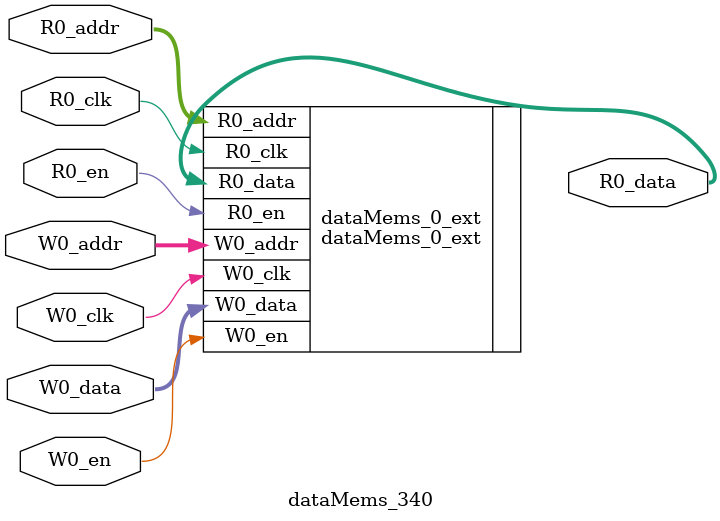
<source format=sv>
`ifndef RANDOMIZE
  `ifdef RANDOMIZE_REG_INIT
    `define RANDOMIZE
  `endif // RANDOMIZE_REG_INIT
`endif // not def RANDOMIZE
`ifndef RANDOMIZE
  `ifdef RANDOMIZE_MEM_INIT
    `define RANDOMIZE
  `endif // RANDOMIZE_MEM_INIT
`endif // not def RANDOMIZE

`ifndef RANDOM
  `define RANDOM $random
`endif // not def RANDOM

// Users can define 'PRINTF_COND' to add an extra gate to prints.
`ifndef PRINTF_COND_
  `ifdef PRINTF_COND
    `define PRINTF_COND_ (`PRINTF_COND)
  `else  // PRINTF_COND
    `define PRINTF_COND_ 1
  `endif // PRINTF_COND
`endif // not def PRINTF_COND_

// Users can define 'ASSERT_VERBOSE_COND' to add an extra gate to assert error printing.
`ifndef ASSERT_VERBOSE_COND_
  `ifdef ASSERT_VERBOSE_COND
    `define ASSERT_VERBOSE_COND_ (`ASSERT_VERBOSE_COND)
  `else  // ASSERT_VERBOSE_COND
    `define ASSERT_VERBOSE_COND_ 1
  `endif // ASSERT_VERBOSE_COND
`endif // not def ASSERT_VERBOSE_COND_

// Users can define 'STOP_COND' to add an extra gate to stop conditions.
`ifndef STOP_COND_
  `ifdef STOP_COND
    `define STOP_COND_ (`STOP_COND)
  `else  // STOP_COND
    `define STOP_COND_ 1
  `endif // STOP_COND
`endif // not def STOP_COND_

// Users can define INIT_RANDOM as general code that gets injected into the
// initializer block for modules with registers.
`ifndef INIT_RANDOM
  `define INIT_RANDOM
`endif // not def INIT_RANDOM

// If using random initialization, you can also define RANDOMIZE_DELAY to
// customize the delay used, otherwise 0.002 is used.
`ifndef RANDOMIZE_DELAY
  `define RANDOMIZE_DELAY 0.002
`endif // not def RANDOMIZE_DELAY

// Define INIT_RANDOM_PROLOG_ for use in our modules below.
`ifndef INIT_RANDOM_PROLOG_
  `ifdef RANDOMIZE
    `ifdef VERILATOR
      `define INIT_RANDOM_PROLOG_ `INIT_RANDOM
    `else  // VERILATOR
      `define INIT_RANDOM_PROLOG_ `INIT_RANDOM #`RANDOMIZE_DELAY begin end
    `endif // VERILATOR
  `else  // RANDOMIZE
    `define INIT_RANDOM_PROLOG_
  `endif // RANDOMIZE
`endif // not def INIT_RANDOM_PROLOG_

// Include register initializers in init blocks unless synthesis is set
`ifndef SYNTHESIS
  `ifndef ENABLE_INITIAL_REG_
    `define ENABLE_INITIAL_REG_
  `endif // not def ENABLE_INITIAL_REG_
`endif // not def SYNTHESIS

// Include rmemory initializers in init blocks unless synthesis is set
`ifndef SYNTHESIS
  `ifndef ENABLE_INITIAL_MEM_
    `define ENABLE_INITIAL_MEM_
  `endif // not def ENABLE_INITIAL_MEM_
`endif // not def SYNTHESIS

module dataMems_340(	// @[generators/ara/src/main/scala/UnsafeAXI4ToTL.scala:365:62]
  input  [4:0]  R0_addr,
  input         R0_en,
  input         R0_clk,
  output [66:0] R0_data,
  input  [4:0]  W0_addr,
  input         W0_en,
  input         W0_clk,
  input  [66:0] W0_data
);

  dataMems_0_ext dataMems_0_ext (	// @[generators/ara/src/main/scala/UnsafeAXI4ToTL.scala:365:62]
    .R0_addr (R0_addr),
    .R0_en   (R0_en),
    .R0_clk  (R0_clk),
    .R0_data (R0_data),
    .W0_addr (W0_addr),
    .W0_en   (W0_en),
    .W0_clk  (W0_clk),
    .W0_data (W0_data)
  );
endmodule


</source>
